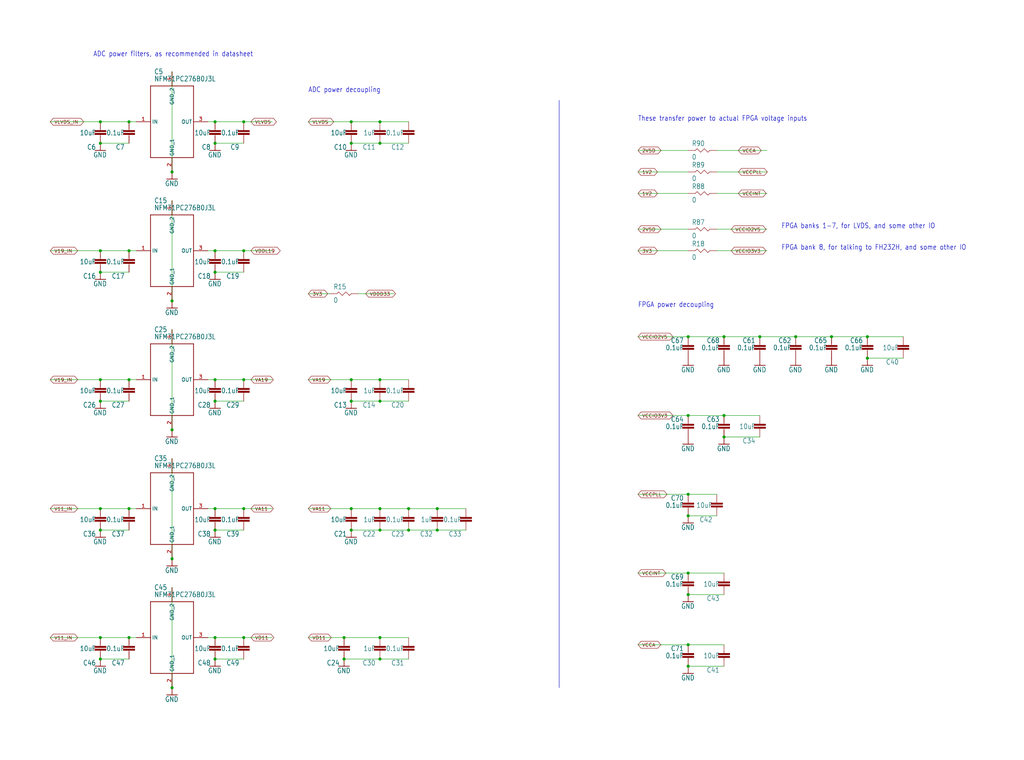
<source format=kicad_sch>
(kicad_sch (version 20250114) (generator "eeschema") (generator_version "9.0")
  (paper "User" 362.864 269.443)
  (lib_symbols
    (symbol "haasoscope_pro_adc_fpga_board-eagle-import:CAPACITOR_0402_N"
      (symbol "CAPACITOR_0402_N_1_0"
        (rectangle (start -2.032 -1.016) (end 2.032 -0.508) (fill (type outline)))
        (rectangle (start -2.032 -2.032) (end 2.032 -1.524) (fill (type outline)))
        (polyline (pts (xy 0 0) (xy 0 -0.508)) (stroke (width 0.1524)))
        (polyline (pts (xy 0 -2.54) (xy 0 -2.032)) (stroke (width 0.1524)))
        (pin passive line (at 0 2.54 270) (length 2.54) (name "1") (number "1"))
        (pin passive line (at 0 -5.08 90) (length 2.54) (name "2") (number "2"))
      )
    )
    (symbol "haasoscope_pro_adc_fpga_board-eagle-import:CAPACITOR_0805_N"
      (symbol "CAPACITOR_0805_N_1_0"
        (rectangle (start -2.032 -1.016) (end 2.032 -0.508) (fill (type outline)))
        (rectangle (start -2.032 -2.032) (end 2.032 -1.524) (fill (type outline)))
        (polyline (pts (xy 0 0) (xy 0 -0.508)) (stroke (width 0.1524)))
        (polyline (pts (xy 0 -2.54) (xy 0 -2.032)) (stroke (width 0.1524)))
        (pin passive line (at 0 2.54 270) (length 2.54) (name "1") (number "1"))
        (pin passive line (at 0 -5.08 90) (length 2.54) (name "2") (number "2"))
      )
    )
    (symbol "haasoscope_pro_adc_fpga_board-eagle-import:GND" (power)
      (symbol "GND_1_0"
        (polyline (pts (xy -1.905 0) (xy 1.905 0)) (stroke (width 0.254)))
        (pin power_in line (at 0 2.54 270) (length 2.54) (name "GND") (number "1"))
      )
    )
    (symbol "haasoscope_pro_adc_fpga_board-eagle-import:NFM31PC276B0J3L"
      (property "Reference" "C" (at 21.59 17.78 0))
      (symbol "NFM31PC276B0J3L_1_0"
        (polyline (pts (xy 5.08 12.7) (xy 5.08 -12.7)) (stroke (width 0.254)))
        (polyline (pts (xy 5.08 12.7) (xy 20.32 12.7)) (stroke (width 0.254)))
        (polyline (pts (xy 20.32 -12.7) (xy 5.08 -12.7)) (stroke (width 0.254)))
        (polyline (pts (xy 20.32 -12.7) (xy 20.32 12.7)) (stroke (width 0.254)))
        (pin bidirectional line (at 0 0 0) (length 5.08) (name "IN") (number "1"))
        (pin bidirectional line (at 12.7 17.78 270) (length 5.08) (name "GND_2") (number "4"))
        (pin bidirectional line (at 12.7 -17.78 90) (length 5.08) (name "GND_1") (number "2"))
        (pin bidirectional line (at 25.4 0 180) (length 5.08) (name "OUT") (number "3"))
      )
    )
    (symbol "haasoscope_pro_adc_fpga_board-eagle-import:RES-0402"
      (property "Reference" "R" (at -3.175 1.27 0))
      (symbol "RES-0402_1_0"
        (polyline (pts (xy -2.54 0) (xy -1.905 0.635)) (stroke (width 0.1524)))
        (polyline (pts (xy -1.905 0.635) (xy -0.635 -0.635)) (stroke (width 0.1524)))
        (polyline (pts (xy -0.635 -0.635) (xy 0.635 0.635)) (stroke (width 0.1524)))
        (polyline (pts (xy 0.635 0.635) (xy 1.905 -0.635)) (stroke (width 0.1524)))
        (polyline (pts (xy 1.905 -0.635) (xy 2.54 0)) (stroke (width 0.1524)))
        (pin bidirectional line (at -5.08 0 0) (length 2.54) (name "P$1") (number "P$1"))
        (pin bidirectional line (at 5.08 0 180) (length 2.54) (name "P$2") (number "P$2"))
      )
    )
    (symbol "haasoscope_pro_adc_fpga_board-eagle-import:supply1_GND" (power)
      (symbol "supply1_GND_1_0"
        (polyline (pts (xy -1.905 0) (xy 1.905 0)) (stroke (width 0.254)))
        (pin power_in line (at 0 2.54 270) (length 2.54) (name "GND") (number "1"))
      )
    )
  )
  (text "ADC power decoupling" (at 109.22 33.02 0) (effects (font (size 1.778 1.5113)) (justify left bottom)))
  (text "FPGA power decoupling" (at 226.06 109.22 0) (effects (font (size 1.778 1.5113)) (justify left bottom)))
  (text "These transfer power to actual FPGA voltage inputs" (at 226.06 43.18 0) (effects (font (size 1.778 1.5113)) (justify left bottom)))
  (text "FPGA banks 1-7, for LVDS, and some other IO" (at 276.86 81.28 0) (effects (font (size 1.778 1.5113)) (justify left bottom)))
  (text "ADC power filters, as recommended in datasheet" (at 33.02 20.32 0) (effects (font (size 1.778 1.5113)) (justify left bottom)))
  (text "FPGA bank 8, for talking to FH232H, and some other IO" (at 276.86 88.9 0) (effects (font (size 1.778 1.5113)) (justify left bottom)))
  (junction (at 307.34 127))
  (junction (at 76.2 96.52))
  (junction (at 86.36 88.9))
  (junction (at 45.72 134.62))
  (junction (at 134.62 226.06))
  (junction (at 256.54 119.38))
  (junction (at 60.96 106.68))
  (junction (at 60.96 152.4))
  (junction (at 243.84 147.32))
  (junction (at 124.46 142.24))
  (junction (at 60.96 198.12))
  (junction (at 124.46 187.96))
  (junction (at 86.36 226.06))
  (junction (at 35.56 134.62))
  (junction (at 76.2 233.68))
  (junction (at 35.56 180.34))
  (junction (at 76.2 134.62))
  (junction (at 76.2 88.9))
  (junction (at 307.34 119.38))
  (junction (at 144.78 180.34))
  (junction (at 76.2 180.34))
  (junction (at 86.36 134.62))
  (junction (at 76.2 187.96))
  (junction (at 76.2 142.24))
  (junction (at 134.62 134.62))
  (junction (at 45.72 43.18))
  (junction (at 134.62 180.34))
  (junction (at 243.84 175.26))
  (junction (at 76.2 50.8))
  (junction (at 281.94 119.38))
  (junction (at 35.56 187.96))
  (junction (at 35.56 226.06))
  (junction (at 35.56 50.8))
  (junction (at 243.84 203.2))
  (junction (at 35.56 233.68))
  (junction (at 121.92 233.68))
  (junction (at 121.92 226.06))
  (junction (at 76.2 226.06))
  (junction (at 60.96 60.96))
  (junction (at 269.24 119.38))
  (junction (at 154.94 187.96))
  (junction (at 144.78 187.96))
  (junction (at 134.62 233.68))
  (junction (at 76.2 43.18))
  (junction (at 124.46 134.62))
  (junction (at 45.72 226.06))
  (junction (at 243.84 182.88))
  (junction (at 45.72 180.34))
  (junction (at 134.62 142.24))
  (junction (at 134.62 50.8))
  (junction (at 35.56 96.52))
  (junction (at 134.62 187.96))
  (junction (at 45.72 88.9))
  (junction (at 243.84 119.38))
  (junction (at 243.84 210.82))
  (junction (at 256.54 147.32))
  (junction (at 243.84 228.6))
  (junction (at 35.56 43.18))
  (junction (at 134.62 43.18))
  (junction (at 294.64 119.38))
  (junction (at 124.46 50.8))
  (junction (at 256.54 154.94))
  (junction (at 154.94 180.34))
  (junction (at 35.56 142.24))
  (junction (at 86.36 180.34))
  (junction (at 35.56 88.9))
  (junction (at 86.36 43.18))
  (junction (at 243.84 236.22))
  (junction (at 124.46 43.18))
  (junction (at 124.46 180.34))
  (junction (at 60.96 243.84))
  (wire (pts (xy 269.24 147.32) (xy 256.54 147.32)) (stroke (width 0.1524)))
  (wire (pts (xy 320.04 119.38) (xy 307.34 119.38)) (stroke (width 0.1524)))
  (wire (pts (xy 45.72 142.24) (xy 35.56 142.24)) (stroke (width 0.1524)))
  (wire (pts (xy 35.56 88.9) (xy 17.78 88.9)) (stroke (width 0.1524)))
  (wire (pts (xy 127 104.14) (xy 139.7 104.14)) (stroke (width 0.1524)))
  (wire (pts (xy 154.94 180.34) (xy 165.1 180.34)) (stroke (width 0.1524)))
  (wire (pts (xy 243.84 210.82) (xy 256.54 210.82)) (stroke (width 0.1524)))
  (wire (pts (xy 271.78 68.58) (xy 254 68.58)) (stroke (width 0.1524)))
  (wire (pts (xy 134.62 226.06) (xy 121.92 226.06)) (stroke (width 0.1524)))
  (wire (pts (xy 269.24 119.38) (xy 256.54 119.38)) (stroke (width 0.1524)))
  (wire (pts (xy 86.36 88.9) (xy 96.52 88.9)) (stroke (width 0.1524)))
  (wire (pts (xy 76.2 43.18) (xy 86.36 43.18)) (stroke (width 0.1524)))
  (wire (pts (xy 134.62 187.96) (xy 144.78 187.96)) (stroke (width 0.1524)))
  (wire (pts (xy 243.84 228.6) (xy 226.06 228.6)) (stroke (width 0.1524)))
  (wire (pts (xy 243.84 203.2) (xy 226.06 203.2)) (stroke (width 0.1524)))
  (wire (pts (xy 60.96 162.56) (xy 60.96 198.12)) (stroke (width 0.1524)))
  (wire (pts (xy 124.46 134.62) (xy 134.62 134.62)) (stroke (width 0.1524)))
  (wire (pts (xy 76.2 134.62) (xy 86.36 134.62)) (stroke (width 0.1524)))
  (wire (pts (xy 45.72 187.96) (xy 35.56 187.96)) (stroke (width 0.1524)))
  (wire (pts (xy 45.72 180.34) (xy 48.26 180.34)) (stroke (width 0.1524)))
  (wire (pts (xy 35.56 43.18) (xy 45.72 43.18)) (stroke (width 0.1524)))
  (wire (pts (xy 124.46 142.24) (xy 134.62 142.24)) (stroke (width 0.1524)))
  (wire (pts (xy 154.94 187.96) (xy 165.1 187.96)) (stroke (width 0.1524)))
  (wire (pts (xy 124.46 43.18) (xy 134.62 43.18)) (stroke (width 0.1524)))
  (wire (pts (xy 134.62 43.18) (xy 144.78 43.18)) (stroke (width 0.1524)))
  (wire (pts (xy 307.34 127) (xy 320.04 127)) (stroke (width 0.1524)))
  (wire (pts (xy 45.72 50.8) (xy 35.56 50.8)) (stroke (width 0.1524)))
  (wire (pts (xy 134.62 142.24) (xy 144.78 142.24)) (stroke (width 0.1524)))
  (wire (pts (xy 243.84 68.58) (xy 226.06 68.58)) (stroke (width 0.1524)))
  (wire (pts (xy 76.2 96.52) (xy 86.36 96.52)) (stroke (width 0.1524)))
  (wire (pts (xy 294.64 119.38) (xy 281.94 119.38)) (stroke (width 0.1524)))
  (wire (pts (xy 35.56 226.06) (xy 17.78 226.06)) (stroke (width 0.1524)))
  (wire (pts (xy 76.2 226.06) (xy 86.36 226.06)) (stroke (width 0.1524)))
  (wire (pts (xy 226.06 147.32) (xy 243.84 147.32)) (stroke (width 0.1524)))
  (wire (pts (xy 124.46 180.34) (xy 109.22 180.34)) (stroke (width 0.1524)))
  (wire (pts (xy 76.2 43.18) (xy 73.66 43.18)) (stroke (width 0.1524)))
  (wire (pts (xy 307.34 119.38) (xy 294.64 119.38)) (stroke (width 0.1524)))
  (wire (pts (xy 121.92 226.06) (xy 109.22 226.06)) (stroke (width 0.1524)))
  (wire (pts (xy 144.78 187.96) (xy 154.94 187.96)) (stroke (width 0.1524)))
  (wire (pts (xy 134.62 226.06) (xy 144.78 226.06)) (stroke (width 0.1524)))
  (wire (pts (xy 76.2 187.96) (xy 86.36 187.96)) (stroke (width 0.1524)))
  (wire (pts (xy 76.2 180.34) (xy 86.36 180.34)) (stroke (width 0.1524)))
  (wire (pts (xy 256.54 236.22) (xy 243.84 236.22)) (stroke (width 0.1524)))
  (wire (pts (xy 76.2 134.62) (xy 73.66 134.62)) (stroke (width 0.1524)))
  (wire (pts (xy 134.62 50.8) (xy 144.78 50.8)) (stroke (width 0.1524)))
  (wire (pts (xy 60.96 71.12) (xy 60.96 106.68)) (stroke (width 0.1524)))
  (wire (pts (xy 243.84 81.28) (xy 226.06 81.28)) (stroke (width 0.1524)))
  (wire (pts (xy 256.54 228.6) (xy 243.84 228.6)) (stroke (width 0.1524)))
  (wire (pts (xy 281.94 119.38) (xy 269.24 119.38)) (stroke (width 0.1524)))
  (wire (pts (xy 76.2 233.68) (xy 86.36 233.68)) (stroke (width 0.1524)))
  (wire (pts (xy 35.56 226.06) (xy 45.72 226.06)) (stroke (width 0.1524)))
  (wire (pts (xy 76.2 142.24) (xy 86.36 142.24)) (stroke (width 0.1524)))
  (wire (pts (xy 134.62 233.68) (xy 144.78 233.68)) (stroke (width 0.1524)))
  (wire (pts (xy 45.72 88.9) (xy 48.26 88.9)) (stroke (width 0.1524)))
  (wire (pts (xy 124.46 180.34) (xy 134.62 180.34)) (stroke (width 0.1524)))
  (wire (pts (xy 76.2 88.9) (xy 73.66 88.9)) (stroke (width 0.1524)))
  (wire (pts (xy 60.96 116.84) (xy 60.96 152.4)) (stroke (width 0.1524)))
  (wire (pts (xy 116.84 104.14) (xy 109.22 104.14)) (stroke (width 0.1524)))
  (wire (pts (xy 35.56 88.9) (xy 45.72 88.9)) (stroke (width 0.1524)))
  (wire (pts (xy 144.78 180.34) (xy 154.94 180.34)) (stroke (width 0.1524)))
  (wire (pts (xy 76.2 180.34) (xy 73.66 180.34)) (stroke (width 0.1524)))
  (wire (pts (xy 35.56 134.62) (xy 45.72 134.62)) (stroke (width 0.1524)))
  (wire (pts (xy 45.72 233.68) (xy 35.56 233.68)) (stroke (width 0.1524)))
  (wire (pts (xy 243.84 60.96) (xy 226.06 60.96)) (stroke (width 0.1524)))
  (wire (pts (xy 243.84 88.9) (xy 226.06 88.9)) (stroke (width 0.1524)))
  (wire (pts (xy 35.56 43.18) (xy 17.78 43.18)) (stroke (width 0.1524)))
  (wire (pts (xy 35.56 180.34) (xy 45.72 180.34)) (stroke (width 0.1524)))
  (wire (pts (xy 256.54 154.94) (xy 269.24 154.94)) (stroke (width 0.1524)))
  (wire (pts (xy 76.2 88.9) (xy 86.36 88.9)) (stroke (width 0.1524)))
  (wire (pts (xy 124.46 50.8) (xy 134.62 50.8)) (stroke (width 0.1524)))
  (wire (pts (xy 271.78 60.96) (xy 254 60.96)) (stroke (width 0.1524)))
  (wire (pts (xy 256.54 119.38) (xy 243.84 119.38)) (stroke (width 0.1524)))
  (wire (pts (xy 271.78 88.9) (xy 254 88.9)) (stroke (width 0.1524)))
  (wire (pts (xy 243.84 119.38) (xy 226.06 119.38)) (stroke (width 0.1524)))
  (polyline (pts (xy 198.12 35.56) (xy 198.12 243.84)) (stroke (width 0.1524) (type solid)))
  (wire (pts (xy 243.84 203.2) (xy 256.54 203.2)) (stroke (width 0.1524)))
  (wire (pts (xy 86.36 43.18) (xy 96.52 43.18)) (stroke (width 0.1524)))
  (wire (pts (xy 254 182.88) (xy 243.84 182.88)) (stroke (width 0.1524)))
  (wire (pts (xy 134.62 233.68) (xy 121.92 233.68)) (stroke (width 0.1524)))
  (wire (pts (xy 256.54 147.32) (xy 243.84 147.32)) (stroke (width 0.1524)))
  (wire (pts (xy 76.2 50.8) (xy 86.36 50.8)) (stroke (width 0.1524)))
  (wire (pts (xy 124.46 134.62) (xy 109.22 134.62)) (stroke (width 0.1524)))
  (wire (pts (xy 243.84 53.34) (xy 226.06 53.34)) (stroke (width 0.1524)))
  (wire (pts (xy 134.62 180.34) (xy 144.78 180.34)) (stroke (width 0.1524)))
  (wire (pts (xy 243.84 175.26) (xy 226.06 175.26)) (stroke (width 0.1524)))
  (wire (pts (xy 124.46 187.96) (xy 134.62 187.96)) (stroke (width 0.1524)))
  (wire (pts (xy 86.36 226.06) (xy 96.52 226.06)) (stroke (width 0.1524)))
  (wire (pts (xy 124.46 43.18) (xy 109.22 43.18)) (stroke (width 0.1524)))
  (wire (pts (xy 86.36 134.62) (xy 96.52 134.62)) (stroke (width 0.1524)))
  (wire (pts (xy 134.62 134.62) (xy 144.78 134.62)) (stroke (width 0.1524)))
  (wire (pts (xy 76.2 226.06) (xy 73.66 226.06)) (stroke (width 0.1524)))
  (wire (pts (xy 86.36 180.34) (xy 96.52 180.34)) (stroke (width 0.1524)))
  (wire (pts (xy 60.96 208.28) (xy 60.96 243.84)) (stroke (width 0.1524)))
  (wire (pts (xy 45.72 134.62) (xy 48.26 134.62)) (stroke (width 0.1524)))
  (wire (pts (xy 60.96 25.4) (xy 60.96 60.96)) (stroke (width 0.1524)))
  (wire (pts (xy 45.72 226.06) (xy 48.26 226.06)) (stroke (width 0.1524)))
  (wire (pts (xy 254 175.26) (xy 243.84 175.26)) (stroke (width 0.1524)))
  (wire (pts (xy 35.56 134.62) (xy 17.78 134.62)) (stroke (width 0.1524)))
  (wire (pts (xy 45.72 43.18) (xy 48.26 43.18)) (stroke (width 0.1524)))
  (wire (pts (xy 271.78 81.28) (xy 254 81.28)) (stroke (width 0.1524)))
  (wire (pts (xy 35.56 180.34) (xy 17.78 180.34)) (stroke (width 0.1524)))
  (wire (pts (xy 271.78 53.34) (xy 254 53.34)) (stroke (width 0.1524)))
  (wire (pts (xy 45.72 96.52) (xy 35.56 96.52)) (stroke (width 0.1524)))
  (global_label "VA19" (shape bidirectional) (at 109.22 134.62 0) (effects (font (size 1.2446 1.2446))) (property "Intersheetrefs" "${INTERSHEET_REFS}" (effects (hide yes))))
  (global_label "VD11" (shape bidirectional) (at 88.9 226.06 0) (effects (font (size 1.2446 1.2446))) (property "Intersheetrefs" "${INTERSHEET_REFS}" (effects (hide yes))))
  (global_label "VCCPLL" (shape bidirectional) (at 226.06 175.26 0) (effects (font (size 1.2446 1.2446))) (property "Intersheetrefs" "${INTERSHEET_REFS}" (effects (hide yes))))
  (global_label "VCCIO3V3" (shape bidirectional) (at 259.08 88.9 0) (effects (font (size 1.2446 1.2446))) (property "Intersheetrefs" "${INTERSHEET_REFS}" (effects (hide yes))))
  (global_label "VCCINT" (shape bidirectional) (at 226.06 203.2 0) (effects (font (size 1.2446 1.2446))) (property "Intersheetrefs" "${INTERSHEET_REFS}" (effects (hide yes))))
  (global_label "VLVDS_IN" (shape bidirectional) (at 17.78 43.18 0) (effects (font (size 1.2446 1.2446))) (property "Intersheetrefs" "${INTERSHEET_REFS}" (effects (hide yes))))
  (global_label "VCCA" (shape bidirectional) (at 226.06 228.6 0) (effects (font (size 1.2446 1.2446))) (property "Intersheetrefs" "${INTERSHEET_REFS}" (effects (hide yes))))
  (global_label "VA11" (shape bidirectional) (at 109.22 180.34 0) (effects (font (size 1.2446 1.2446))) (property "Intersheetrefs" "${INTERSHEET_REFS}" (effects (hide yes))))
  (global_label "V19_IN" (shape bidirectional) (at 17.78 134.62 0) (effects (font (size 1.2446 1.2446))) (property "Intersheetrefs" "${INTERSHEET_REFS}" (effects (hide yes))))
  (global_label "VCCA" (shape bidirectional) (at 261.62 53.34 0) (effects (font (size 1.2446 1.2446))) (property "Intersheetrefs" "${INTERSHEET_REFS}" (effects (hide yes))))
  (global_label "1V2" (shape bidirectional) (at 226.06 60.96 0) (effects (font (size 1.2446 1.2446))) (property "Intersheetrefs" "${INTERSHEET_REFS}" (effects (hide yes))))
  (global_label "VCCIO3V3" (shape bidirectional) (at 226.06 147.32 0) (effects (font (size 1.2446 1.2446))) (property "Intersheetrefs" "${INTERSHEET_REFS}" (effects (hide yes))))
  (global_label "VLVDS" (shape bidirectional) (at 88.9 43.18 0) (effects (font (size 1.2446 1.2446))) (property "Intersheetrefs" "${INTERSHEET_REFS}" (effects (hide yes))))
  (global_label "VLVDS" (shape bidirectional) (at 109.22 43.18 0) (effects (font (size 1.2446 1.2446))) (property "Intersheetrefs" "${INTERSHEET_REFS}" (effects (hide yes))))
  (global_label "1V2" (shape bidirectional) (at 226.06 68.58 0) (effects (font (size 1.2446 1.2446))) (property "Intersheetrefs" "${INTERSHEET_REFS}" (effects (hide yes))))
  (global_label "VDDL19" (shape bidirectional) (at 88.9 88.9 0) (effects (font (size 1.2446 1.2446))) (property "Intersheetrefs" "${INTERSHEET_REFS}" (effects (hide yes))))
  (global_label "2V5D" (shape bidirectional) (at 226.06 81.28 0) (effects (font (size 1.2446 1.2446))) (property "Intersheetrefs" "${INTERSHEET_REFS}" (effects (hide yes))))
  (global_label "V11_IN" (shape bidirectional) (at 17.78 226.06 0) (effects (font (size 1.2446 1.2446))) (property "Intersheetrefs" "${INTERSHEET_REFS}" (effects (hide yes))))
  (global_label "3V3" (shape bidirectional) (at 109.22 104.14 0) (effects (font (size 1.2446 1.2446))) (property "Intersheetrefs" "${INTERSHEET_REFS}" (effects (hide yes))))
  (global_label "3V3" (shape bidirectional) (at 226.06 88.9 0) (effects (font (size 1.2446 1.2446))) (property "Intersheetrefs" "${INTERSHEET_REFS}" (effects (hide yes))))
  (global_label "2V5D" (shape bidirectional) (at 226.06 53.34 0) (effects (font (size 1.2446 1.2446))) (property "Intersheetrefs" "${INTERSHEET_REFS}" (effects (hide yes))))
  (global_label "VDDD33" (shape bidirectional) (at 129.54 104.14 0) (effects (font (size 1.2446 1.2446))) (property "Intersheetrefs" "${INTERSHEET_REFS}" (effects (hide yes))))
  (global_label "VD11" (shape bidirectional) (at 109.22 226.06 0) (effects (font (size 1.2446 1.2446))) (property "Intersheetrefs" "${INTERSHEET_REFS}" (effects (hide yes))))
  (global_label "VA19" (shape bidirectional) (at 88.9 134.62 0) (effects (font (size 1.2446 1.2446))) (property "Intersheetrefs" "${INTERSHEET_REFS}" (effects (hide yes))))
  (global_label "VA11" (shape bidirectional) (at 88.9 180.34 0) (effects (font (size 1.2446 1.2446))) (property "Intersheetrefs" "${INTERSHEET_REFS}" (effects (hide yes))))
  (global_label "V11_IN" (shape bidirectional) (at 17.78 180.34 0) (effects (font (size 1.2446 1.2446))) (property "Intersheetrefs" "${INTERSHEET_REFS}" (effects (hide yes))))
  (global_label "VCCINT" (shape bidirectional) (at 261.62 68.58 0) (effects (font (size 1.2446 1.2446))) (property "Intersheetrefs" "${INTERSHEET_REFS}" (effects (hide yes))))
  (global_label "VCCIO2V5" (shape bidirectional) (at 259.08 81.28 0) (effects (font (size 1.2446 1.2446))) (property "Intersheetrefs" "${INTERSHEET_REFS}" (effects (hide yes))))
  (global_label "VCCPLL" (shape bidirectional) (at 261.62 60.96 0) (effects (font (size 1.2446 1.2446))) (property "Intersheetrefs" "${INTERSHEET_REFS}" (effects (hide yes))))
  (global_label "V19_IN" (shape bidirectional) (at 17.78 88.9 0) (effects (font (size 1.2446 1.2446))) (property "Intersheetrefs" "${INTERSHEET_REFS}" (effects (hide yes))))
  (global_label "VCCIO2V5" (shape bidirectional) (at 226.06 119.38 0) (effects (font (size 1.2446 1.2446))) (property "Intersheetrefs" "${INTERSHEET_REFS}" (effects (hide yes))))
  (symbol (lib_id "haasoscope_pro_adc_fpga_board-eagle-import:CAPACITOR_0402_N") (at 86.36 48.26 180) (unit 1)
    (property "Reference" "C9" (at 84.836 51.181 0) (effects (font (size 1.778 1.5113)) (justify left bottom)))
    (property "Value" "0.1uF" (at 84.836 46.101 0) (effects (font (size 1.778 1.5113)) (justify left bottom)))
    (property "Footprint" "haasoscope_pro_adc_fpga_board:RESC0402_N" (effects (hide yes)))
  )
  (symbol (lib_id "haasoscope_pro_adc_fpga_board-eagle-import:CAPACITOR_0805_N") (at 35.56 48.26 180) (unit 1)
    (property "Reference" "C6" (at 34.036 51.181 0) (effects (font (size 1.778 1.5113)) (justify left bottom)))
    (property "Value" "10uF" (at 34.036 46.101 0) (effects (font (size 1.778 1.5113)) (justify left bottom)))
    (property "Footprint" "haasoscope_pro_adc_fpga_board:RESC0805_N" (effects (hide yes)))
  )
  (symbol (lib_id "haasoscope_pro_adc_fpga_board-eagle-import:CAPACITOR_0805_N") (at 35.56 231.14 180) (unit 1)
    (property "Reference" "C46" (at 34.036 234.061 0) (effects (font (size 1.778 1.5113)) (justify left bottom)))
    (property "Value" "10uF" (at 34.036 228.981 0) (effects (font (size 1.778 1.5113)) (justify left bottom)))
    (property "Footprint" "haasoscope_pro_adc_fpga_board:RESC0805_N" (effects (hide yes)))
  )
  (symbol (lib_id "haasoscope_pro_adc_fpga_board-eagle-import:CAPACITOR_0402_N") (at 86.36 93.98 180) (unit 1)
    (property "Reference" "C19" (at 84.836 96.901 0) (effects (font (size 1.778 1.5113)) (justify left bottom)))
    (property "Value" "0.1uF" (at 84.836 91.821 0) (effects (font (size 1.778 1.5113)) (justify left bottom)))
    (property "Footprint" "haasoscope_pro_adc_fpga_board:RESC0402_N" (effects (hide yes)))
  )
  (symbol (lib_id "haasoscope_pro_adc_fpga_board-eagle-import:CAPACITOR_0805_N") (at 269.24 152.4 180) (unit 1)
    (property "Reference" "C34" (at 267.716 155.321 0) (effects (font (size 1.778 1.5113)) (justify left bottom)))
    (property "Value" "10uF" (at 267.716 150.241 0) (effects (font (size 1.778 1.5113)) (justify left bottom)))
    (property "Footprint" "haasoscope_pro_adc_fpga_board:RESC0805_N" (effects (hide yes)))
  )
  (symbol (lib_id "haasoscope_pro_adc_fpga_board-eagle-import:CAPACITOR_0402_N") (at 256.54 152.4 180) (unit 1)
    (property "Reference" "C63" (at 255.016 147.701 0) (effects (font (size 1.778 1.5113)) (justify left bottom)))
    (property "Value" "0.1uF" (at 255.016 150.241 0) (effects (font (size 1.778 1.5113)) (justify left bottom)))
    (property "Footprint" "haasoscope_pro_adc_fpga_board:RESC0402_N" (effects (hide yes)))
  )
  (symbol (lib_id "haasoscope_pro_adc_fpga_board-eagle-import:CAPACITOR_0402_N") (at 134.62 231.14 180) (unit 1)
    (property "Reference" "C30" (at 133.096 234.061 0) (effects (font (size 1.778 1.5113)) (justify left bottom)))
    (property "Value" "1uF" (at 133.096 228.981 0) (effects (font (size 1.778 1.5113)) (justify left bottom)))
    (property "Footprint" "haasoscope_pro_adc_fpga_board:RESC0402_N" (effects (hide yes)))
  )
  (symbol (lib_id "haasoscope_pro_adc_fpga_board-eagle-import:CAPACITOR_0402_N") (at 134.62 48.26 180) (unit 1)
    (property "Reference" "C11" (at 133.096 51.181 0) (effects (font (size 1.778 1.5113)) (justify left bottom)))
    (property "Value" "1uF" (at 133.096 46.101 0) (effects (font (size 1.778 1.5113)) (justify left bottom)))
    (property "Footprint" "haasoscope_pro_adc_fpga_board:RESC0402_N" (effects (hide yes)))
  )
  (symbol (lib_id "haasoscope_pro_adc_fpga_board-eagle-import:CAPACITOR_0805_N") (at 76.2 185.42 180) (unit 1)
    (property "Reference" "C38" (at 74.676 188.341 0) (effects (font (size 1.778 1.5113)) (justify left bottom)))
    (property "Value" "10uF" (at 74.676 183.261 0) (effects (font (size 1.778 1.5113)) (justify left bottom)))
    (property "Footprint" "haasoscope_pro_adc_fpga_board:RESC0805_N" (effects (hide yes)))
  )
  (symbol (lib_id "haasoscope_pro_adc_fpga_board-eagle-import:RES-0402") (at 248.92 53.34 0) (unit 1)
    (property "Reference" "R90" (at 245.11 51.8414 0) (effects (font (size 1.778 1.5113)) (justify left bottom)))
    (property "Value" "0" (at 245.11 56.642 0) (effects (font (size 1.778 1.5113)) (justify left bottom)))
    (property "Footprint" "haasoscope_pro_adc_fpga_board:RES-0402" (effects (hide yes)))
  )
  (symbol (lib_id "haasoscope_pro_adc_fpga_board-eagle-import:GND") (at 124.46 190.5 0) (unit 1)
    (property "Reference" "#GND050" (effects (hide yes)))
    (property "Value" "GND" (at 121.92 193.04 0) (effects (font (size 1.778 1.5113)) (justify left bottom)))
  )
  (symbol (lib_id "haasoscope_pro_adc_fpga_board-eagle-import:CAPACITOR_0805_N") (at 320.04 124.46 180) (unit 1)
    (property "Reference" "C40" (at 318.516 127.381 0) (effects (font (size 1.778 1.5113)) (justify left bottom)))
    (property "Value" "10uF" (at 318.516 122.301 0) (effects (font (size 1.778 1.5113)) (justify left bottom)))
    (property "Footprint" "haasoscope_pro_adc_fpga_board:RESC0805_N" (effects (hide yes)))
  )
  (symbol (lib_id "haasoscope_pro_adc_fpga_board-eagle-import:GND") (at 35.56 99.06 0) (unit 1)
    (property "Reference" "#GND09" (effects (hide yes)))
    (property "Value" "GND" (at 33.02 101.6 0) (effects (font (size 1.778 1.5113)) (justify left bottom)))
  )
  (symbol (lib_id "haasoscope_pro_adc_fpga_board-eagle-import:supply1_GND") (at 243.84 129.54 0) (unit 1)
    (property "Reference" "#GND084" (effects (hide yes)))
    (property "Value" "GND" (at 241.3 132.08 0) (effects (font (size 1.778 1.5113)) (justify left bottom)))
  )
  (symbol (lib_id "haasoscope_pro_adc_fpga_board-eagle-import:CAPACITOR_0402_N") (at 243.84 152.4 180) (unit 1)
    (property "Reference" "C64" (at 242.316 147.701 0) (effects (font (size 1.778 1.5113)) (justify left bottom)))
    (property "Value" "0.1uF" (at 242.316 150.241 0) (effects (font (size 1.778 1.5113)) (justify left bottom)))
    (property "Footprint" "haasoscope_pro_adc_fpga_board:RESC0402_N" (effects (hide yes)))
  )
  (symbol (lib_id "haasoscope_pro_adc_fpga_board-eagle-import:GND") (at 76.2 99.06 0) (unit 1)
    (property "Reference" "#GND011" (effects (hide yes)))
    (property "Value" "GND" (at 73.66 101.6 0) (effects (font (size 1.778 1.5113)) (justify left bottom)))
  )
  (symbol (lib_id "haasoscope_pro_adc_fpga_board-eagle-import:CAPACITOR_0402_N") (at 144.78 185.42 180) (unit 1)
    (property "Reference" "C23" (at 143.256 188.341 0) (effects (font (size 1.778 1.5113)) (justify left bottom)))
    (property "Value" "0.1uF" (at 143.256 183.261 0) (effects (font (size 1.778 1.5113)) (justify left bottom)))
    (property "Footprint" "haasoscope_pro_adc_fpga_board:RESC0402_N" (effects (hide yes)))
  )
  (symbol (lib_id "haasoscope_pro_adc_fpga_board-eagle-import:GND") (at 60.96 246.38 0) (unit 1)
    (property "Reference" "#GND028" (effects (hide yes)))
    (property "Value" "GND" (at 58.42 248.92 0) (effects (font (size 1.778 1.5113)) (justify left bottom)))
  )
  (symbol (lib_id "haasoscope_pro_adc_fpga_board-eagle-import:supply1_GND") (at 256.54 129.54 0) (unit 1)
    (property "Reference" "#GND085" (effects (hide yes)))
    (property "Value" "GND" (at 254 132.08 0) (effects (font (size 1.778 1.5113)) (justify left bottom)))
  )
  (symbol (lib_id "haasoscope_pro_adc_fpga_board-eagle-import:supply1_GND") (at 243.84 213.36 0) (unit 1)
    (property "Reference" "#GND086" (effects (hide yes)))
    (property "Value" "GND" (at 241.3 215.9 0) (effects (font (size 1.778 1.5113)) (justify left bottom)))
  )
  (symbol (lib_id "haasoscope_pro_adc_fpga_board-eagle-import:supply1_GND") (at 269.24 129.54 0) (unit 1)
    (property "Reference" "#GND078" (effects (hide yes)))
    (property "Value" "GND" (at 266.7 132.08 0) (effects (font (size 1.778 1.5113)) (justify left bottom)))
  )
  (symbol (lib_id "haasoscope_pro_adc_fpga_board-eagle-import:supply1_GND") (at 243.84 185.42 0) (unit 1)
    (property "Reference" "#GND087" (effects (hide yes)))
    (property "Value" "GND" (at 241.3 187.96 0) (effects (font (size 1.778 1.5113)) (justify left bottom)))
  )
  (symbol (lib_id "haasoscope_pro_adc_fpga_board-eagle-import:GND") (at 60.96 63.5 0) (unit 1)
    (property "Reference" "#GND04" (effects (hide yes)))
    (property "Value" "GND" (at 58.42 66.04 0) (effects (font (size 1.778 1.5113)) (justify left bottom)))
  )
  (symbol (lib_id "haasoscope_pro_adc_fpga_board-eagle-import:NFM31PC276B0J3L") (at 48.26 43.18 0) (unit 1)
    (property "Reference" "C5" (at 54.61 25.4 0) (effects (font (size 1.778 1.5113)) (justify left)))
    (property "Value" "NFM31PC276B0J3L" (at 54.61 27.94 0) (effects (font (size 1.778 1.5113)) (justify left)))
    (property "Footprint" "haasoscope_pro_adc_fpga_board:NFM31HK103R1H3L" (effects (hide yes)))
  )
  (symbol (lib_id "haasoscope_pro_adc_fpga_board-eagle-import:CAPACITOR_0402_N") (at 86.36 231.14 180) (unit 1)
    (property "Reference" "C49" (at 84.836 234.061 0) (effects (font (size 1.778 1.5113)) (justify left bottom)))
    (property "Value" "0.1uF" (at 84.836 228.981 0) (effects (font (size 1.778 1.5113)) (justify left bottom)))
    (property "Footprint" "haasoscope_pro_adc_fpga_board:RESC0402_N" (effects (hide yes)))
  )
  (symbol (lib_id "haasoscope_pro_adc_fpga_board-eagle-import:RES-0402") (at 248.92 60.96 0) (unit 1)
    (property "Reference" "R89" (at 245.11 59.4614 0) (effects (font (size 1.778 1.5113)) (justify left bottom)))
    (property "Value" "0" (at 245.11 64.262 0) (effects (font (size 1.778 1.5113)) (justify left bottom)))
    (property "Footprint" "haasoscope_pro_adc_fpga_board:RES-0402" (effects (hide yes)))
  )
  (symbol (lib_id "haasoscope_pro_adc_fpga_board-eagle-import:supply1_GND") (at 281.94 129.54 0) (unit 1)
    (property "Reference" "#GND079" (effects (hide yes)))
    (property "Value" "GND" (at 279.4 132.08 0) (effects (font (size 1.778 1.5113)) (justify left bottom)))
  )
  (symbol (lib_id "haasoscope_pro_adc_fpga_board-eagle-import:GND") (at 35.56 190.5 0) (unit 1)
    (property "Reference" "#GND021" (effects (hide yes)))
    (property "Value" "GND" (at 33.02 193.04 0) (effects (font (size 1.778 1.5113)) (justify left bottom)))
  )
  (symbol (lib_id "haasoscope_pro_adc_fpga_board-eagle-import:CAPACITOR_0402_N") (at 45.72 93.98 180) (unit 1)
    (property "Reference" "C17" (at 44.196 96.901 0) (effects (font (size 1.778 1.5113)) (justify left bottom)))
    (property "Value" "0.1uF" (at 44.196 91.821 0) (effects (font (size 1.778 1.5113)) (justify left bottom)))
    (property "Footprint" "haasoscope_pro_adc_fpga_board:RESC0402_N" (effects (hide yes)))
  )
  (symbol (lib_id "haasoscope_pro_adc_fpga_board-eagle-import:CAPACITOR_0402_N") (at 243.84 124.46 180) (unit 1)
    (property "Reference" "C67" (at 242.316 119.761 0) (effects (font (size 1.778 1.5113)) (justify left bottom)))
    (property "Value" "0.1uF" (at 242.316 122.301 0) (effects (font (size 1.778 1.5113)) (justify left bottom)))
    (property "Footprint" "haasoscope_pro_adc_fpga_board:RESC0402_N" (effects (hide yes)))
  )
  (symbol (lib_id "haasoscope_pro_adc_fpga_board-eagle-import:CAPACITOR_0402_N") (at 243.84 233.68 180) (unit 1)
    (property "Reference" "C71" (at 242.316 228.981 0) (effects (font (size 1.778 1.5113)) (justify left bottom)))
    (property "Value" "0.1uF" (at 242.316 231.521 0) (effects (font (size 1.778 1.5113)) (justify left bottom)))
    (property "Footprint" "haasoscope_pro_adc_fpga_board:RESC0402_N" (effects (hide yes)))
  )
  (symbol (lib_id "haasoscope_pro_adc_fpga_board-eagle-import:CAPACITOR_0402_N") (at 45.72 48.26 180) (unit 1)
    (property "Reference" "C7" (at 44.196 51.181 0) (effects (font (size 1.778 1.5113)) (justify left bottom)))
    (property "Value" "0.1uF" (at 44.196 46.101 0) (effects (font (size 1.778 1.5113)) (justify left bottom)))
    (property "Footprint" "haasoscope_pro_adc_fpga_board:RESC0402_N" (effects (hide yes)))
  )
  (symbol (lib_id "haasoscope_pro_adc_fpga_board-eagle-import:GND") (at 124.46 144.78 0) (unit 1)
    (property "Reference" "#GND049" (effects (hide yes)))
    (property "Value" "GND" (at 121.92 147.32 0) (effects (font (size 1.778 1.5113)) (justify left bottom)))
  )
  (symbol (lib_id "haasoscope_pro_adc_fpga_board-eagle-import:GND") (at 35.56 236.22 0) (unit 1)
    (property "Reference" "#GND027" (effects (hide yes)))
    (property "Value" "GND" (at 33.02 238.76 0) (effects (font (size 1.778 1.5113)) (justify left bottom)))
  )
  (symbol (lib_id "haasoscope_pro_adc_fpga_board-eagle-import:CAPACITOR_0805_N") (at 76.2 139.7 180) (unit 1)
    (property "Reference" "C28" (at 74.676 142.621 0) (effects (font (size 1.778 1.5113)) (justify left bottom)))
    (property "Value" "10uF" (at 74.676 137.541 0) (effects (font (size 1.778 1.5113)) (justify left bottom)))
    (property "Footprint" "haasoscope_pro_adc_fpga_board:RESC0805_N" (effects (hide yes)))
  )
  (symbol (lib_id "haasoscope_pro_adc_fpga_board-eagle-import:GND") (at 76.2 236.22 0) (unit 1)
    (property "Reference" "#GND029" (effects (hide yes)))
    (property "Value" "GND" (at 73.66 238.76 0) (effects (font (size 1.778 1.5113)) (justify left bottom)))
  )
  (symbol (lib_id "haasoscope_pro_adc_fpga_board-eagle-import:CAPACITOR_0805_N") (at 124.46 48.26 180) (unit 1)
    (property "Reference" "C10" (at 122.936 51.181 0) (effects (font (size 1.778 1.5113)) (justify left bottom)))
    (property "Value" "10uF" (at 122.936 46.101 0) (effects (font (size 1.778 1.5113)) (justify left bottom)))
    (property "Footprint" "haasoscope_pro_adc_fpga_board:RESC0805_N" (effects (hide yes)))
  )
  (symbol (lib_id "haasoscope_pro_adc_fpga_board-eagle-import:supply1_GND") (at 307.34 129.54 0) (unit 1)
    (property "Reference" "#GND083" (effects (hide yes)))
    (property "Value" "GND" (at 304.8 132.08 0) (effects (font (size 1.778 1.5113)) (justify left bottom)))
  )
  (symbol (lib_id "haasoscope_pro_adc_fpga_board-eagle-import:CAPACITOR_0805_N") (at 76.2 93.98 180) (unit 1)
    (property "Reference" "C18" (at 74.676 96.901 0) (effects (font (size 1.778 1.5113)) (justify left bottom)))
    (property "Value" "10uF" (at 74.676 91.821 0) (effects (font (size 1.778 1.5113)) (justify left bottom)))
    (property "Footprint" "haasoscope_pro_adc_fpga_board:RESC0805_N" (effects (hide yes)))
  )
  (symbol (lib_id "haasoscope_pro_adc_fpga_board-eagle-import:supply1_GND") (at 256.54 157.48 0) (unit 1)
    (property "Reference" "#GND080" (effects (hide yes)))
    (property "Value" "GND" (at 254 160.02 0) (effects (font (size 1.778 1.5113)) (justify left bottom)))
  )
  (symbol (lib_id "haasoscope_pro_adc_fpga_board-eagle-import:GND") (at 35.56 53.34 0) (unit 1)
    (property "Reference" "#GND03" (effects (hide yes)))
    (property "Value" "GND" (at 33.02 55.88 0) (effects (font (size 1.778 1.5113)) (justify left bottom)))
  )
  (symbol (lib_id "haasoscope_pro_adc_fpga_board-eagle-import:supply1_GND") (at 294.64 129.54 0) (unit 1)
    (property "Reference" "#GND082" (effects (hide yes)))
    (property "Value" "GND" (at 292.1 132.08 0) (effects (font (size 1.778 1.5113)) (justify left bottom)))
  )
  (symbol (lib_id "haasoscope_pro_adc_fpga_board-eagle-import:CAPACITOR_0805_N") (at 35.56 185.42 180) (unit 1)
    (property "Reference" "C36" (at 34.036 188.341 0) (effects (font (size 1.778 1.5113)) (justify left bottom)))
    (property "Value" "10uF" (at 34.036 183.261 0) (effects (font (size 1.778 1.5113)) (justify left bottom)))
    (property "Footprint" "haasoscope_pro_adc_fpga_board:RESC0805_N" (effects (hide yes)))
  )
  (symbol (lib_id "haasoscope_pro_adc_fpga_board-eagle-import:RES-0402") (at 121.92 104.14 0) (unit 1)
    (property "Reference" "R15" (at 118.11 102.6414 0) (effects (font (size 1.778 1.5113)) (justify left bottom)))
    (property "Value" "0" (at 118.11 107.442 0) (effects (font (size 1.778 1.5113)) (justify left bottom)))
    (property "Footprint" "haasoscope_pro_adc_fpga_board:RES-0402" (effects (hide yes)))
  )
  (symbol (lib_id "haasoscope_pro_adc_fpga_board-eagle-import:CAPACITOR_0402_N") (at 134.62 139.7 180) (unit 1)
    (property "Reference" "C14" (at 133.096 142.621 0) (effects (font (size 1.778 1.5113)) (justify left bottom)))
    (property "Value" "1uF" (at 133.096 137.541 0) (effects (font (size 1.778 1.5113)) (justify left bottom)))
    (property "Footprint" "haasoscope_pro_adc_fpga_board:RESC0402_N" (effects (hide yes)))
  )
  (symbol (lib_id "haasoscope_pro_adc_fpga_board-eagle-import:CAPACITOR_0805_N") (at 256.54 208.28 180) (unit 1)
    (property "Reference" "C43" (at 255.016 211.201 0) (effects (font (size 1.778 1.5113)) (justify left bottom)))
    (property "Value" "10uF" (at 255.016 206.121 0) (effects (font (size 1.778 1.5113)) (justify left bottom)))
    (property "Footprint" "haasoscope_pro_adc_fpga_board:RESC0805_N" (effects (hide yes)))
  )
  (symbol (lib_id "haasoscope_pro_adc_fpga_board-eagle-import:CAPACITOR_0805_N") (at 124.46 185.42 180) (unit 1)
    (property "Reference" "C21" (at 122.936 188.341 0) (effects (font (size 1.778 1.5113)) (justify left bottom)))
    (property "Value" "10uF" (at 122.936 183.261 0) (effects (font (size 1.778 1.5113)) (justify left bottom)))
    (property "Footprint" "haasoscope_pro_adc_fpga_board:RESC0805_N" (effects (hide yes)))
  )
  (symbol (lib_id "haasoscope_pro_adc_fpga_board-eagle-import:GND") (at 121.92 236.22 0) (unit 1)
    (property "Reference" "#GND051" (effects (hide yes)))
    (property "Value" "GND" (at 119.38 238.76 0) (effects (font (size 1.778 1.5113)) (justify left bottom)))
  )
  (symbol (lib_id "haasoscope_pro_adc_fpga_board-eagle-import:RES-0402") (at 248.92 68.58 0) (unit 1)
    (property "Reference" "R88" (at 245.11 67.0814 0) (effects (font (size 1.778 1.5113)) (justify left bottom)))
    (property "Value" "0" (at 245.11 71.882 0) (effects (font (size 1.778 1.5113)) (justify left bottom)))
    (property "Footprint" "haasoscope_pro_adc_fpga_board:RES-0402" (effects (hide yes)))
  )
  (symbol (lib_id "haasoscope_pro_adc_fpga_board-eagle-import:CAPACITOR_0402_N") (at 269.24 124.46 180) (unit 1)
    (property "Reference" "C61" (at 267.716 119.761 0) (effects (font (size 1.778 1.5113)) (justify left bottom)))
    (property "Value" "0.1uF" (at 267.716 122.301 0) (effects (font (size 1.778 1.5113)) (justify left bottom)))
    (property "Footprint" "haasoscope_pro_adc_fpga_board:RESC0402_N" (effects (hide yes)))
  )
  (symbol (lib_id "haasoscope_pro_adc_fpga_board-eagle-import:CAPACITOR_0402_N") (at 45.72 185.42 180) (unit 1)
    (property "Reference" "C37" (at 44.196 188.341 0) (effects (font (size 1.778 1.5113)) (justify left bottom)))
    (property "Value" "0.1uF" (at 44.196 183.261 0) (effects (font (size 1.778 1.5113)) (justify left bottom)))
    (property "Footprint" "haasoscope_pro_adc_fpga_board:RESC0402_N" (effects (hide yes)))
  )
  (symbol (lib_id "haasoscope_pro_adc_fpga_board-eagle-import:CAPACITOR_0402_N") (at 86.36 185.42 180) (unit 1)
    (property "Reference" "C39" (at 84.836 188.341 0) (effects (font (size 1.778 1.5113)) (justify left bottom)))
    (property "Value" "0.1uF" (at 84.836 183.261 0) (effects (font (size 1.778 1.5113)) (justify left bottom)))
    (property "Footprint" "haasoscope_pro_adc_fpga_board:RESC0402_N" (effects (hide yes)))
  )
  (symbol (lib_id "haasoscope_pro_adc_fpga_board-eagle-import:NFM31PC276B0J3L") (at 48.26 88.9 0) (unit 1)
    (property "Reference" "C15" (at 54.61 71.12 0) (effects (font (size 1.778 1.5113)) (justify left)))
    (property "Value" "NFM31PC276B0J3L" (at 54.61 73.66 0) (effects (font (size 1.778 1.5113)) (justify left)))
    (property "Footprint" "haasoscope_pro_adc_fpga_board:NFM31HK103R1H3L" (effects (hide yes)))
  )
  (symbol (lib_id "haasoscope_pro_adc_fpga_board-eagle-import:GND") (at 60.96 200.66 0) (unit 1)
    (property "Reference" "#GND022" (effects (hide yes)))
    (property "Value" "GND" (at 58.42 203.2 0) (effects (font (size 1.778 1.5113)) (justify left bottom)))
  )
  (symbol (lib_id "haasoscope_pro_adc_fpga_board-eagle-import:GND") (at 76.2 53.34 0) (unit 1)
    (property "Reference" "#GND05" (effects (hide yes)))
    (property "Value" "GND" (at 73.66 55.88 0) (effects (font (size 1.778 1.5113)) (justify left bottom)))
  )
  (symbol (lib_id "haasoscope_pro_adc_fpga_board-eagle-import:RES-0402") (at 248.92 88.9 0) (unit 1)
    (property "Reference" "R18" (at 245.11 87.4014 0) (effects (font (size 1.778 1.5113)) (justify left bottom)))
    (property "Value" "0" (at 245.11 92.202 0) (effects (font (size 1.778 1.5113)) (justify left bottom)))
    (property "Footprint" "haasoscope_pro_adc_fpga_board:RES-0402" (effects (hide yes)))
  )
  (symbol (lib_id "haasoscope_pro_adc_fpga_board-eagle-import:CAPACITOR_0805_N") (at 121.92 231.14 180) (unit 1)
    (property "Reference" "C24" (at 120.396 234.061 0) (effects (font (size 1.778 1.5113)) (justify left bottom)))
    (property "Value" "10uF" (at 120.396 228.981 0) (effects (font (size 1.778 1.5113)) (justify left bottom)))
    (property "Footprint" "haasoscope_pro_adc_fpga_board:RESC0805_N" (effects (hide yes)))
  )
  (symbol (lib_id "haasoscope_pro_adc_fpga_board-eagle-import:CAPACITOR_0402_N") (at 243.84 180.34 180) (unit 1)
    (property "Reference" "C70" (at 242.316 175.641 0) (effects (font (size 1.778 1.5113)) (justify left bottom)))
    (property "Value" "0.1uF" (at 242.316 178.181 0) (effects (font (size 1.778 1.5113)) (justify left bottom)))
    (property "Footprint" "haasoscope_pro_adc_fpga_board:RESC0402_N" (effects (hide yes)))
  )
  (symbol (lib_id "haasoscope_pro_adc_fpga_board-eagle-import:CAPACITOR_0402_N") (at 154.94 185.42 180) (unit 1)
    (property "Reference" "C32" (at 153.416 188.341 0) (effects (font (size 1.778 1.5113)) (justify left bottom)))
    (property "Value" "1uF" (at 153.416 183.261 0) (effects (font (size 1.778 1.5113)) (justify left bottom)))
    (property "Footprint" "haasoscope_pro_adc_fpga_board:RESC0402_N" (effects (hide yes)))
  )
  (symbol (lib_id "haasoscope_pro_adc_fpga_board-eagle-import:GND") (at 76.2 144.78 0) (unit 1)
    (property "Reference" "#GND017" (effects (hide yes)))
    (property "Value" "GND" (at 73.66 147.32 0) (effects (font (size 1.778 1.5113)) (justify left bottom)))
  )
  (symbol (lib_id "haasoscope_pro_adc_fpga_board-eagle-import:CAPACITOR_0805_N") (at 76.2 48.26 180) (unit 1)
    (property "Reference" "C8" (at 74.676 51.181 0) (effects (font (size 1.778 1.5113)) (justify left bottom)))
    (property "Value" "10uF" (at 74.676 46.101 0) (effects (font (size 1.778 1.5113)) (justify left bottom)))
    (property "Footprint" "haasoscope_pro_adc_fpga_board:RESC0805_N" (effects (hide yes)))
  )
  (symbol (lib_id "haasoscope_pro_adc_fpga_board-eagle-import:CAPACITOR_0805_N") (at 35.56 139.7 180) (unit 1)
    (property "Reference" "C26" (at 34.036 142.621 0) (effects (font (size 1.778 1.5113)) (justify left bottom)))
    (property "Value" "10uF" (at 34.036 137.541 0) (effects (font (size 1.778 1.5113)) (justify left bottom)))
    (property "Footprint" "haasoscope_pro_adc_fpga_board:RESC0805_N" (effects (hide yes)))
  )
  (symbol (lib_id "haasoscope_pro_adc_fpga_board-eagle-import:NFM31PC276B0J3L") (at 48.26 226.06 0) (unit 1)
    (property "Reference" "C45" (at 54.61 208.28 0) (effects (font (size 1.778 1.5113)) (justify left)))
    (property "Value" "NFM31PC276B0J3L" (at 54.61 210.82 0) (effects (font (size 1.778 1.5113)) (justify left)))
    (property "Footprint" "haasoscope_pro_adc_fpga_board:NFM31HK103R1H3L" (effects (hide yes)))
  )
  (symbol (lib_id "haasoscope_pro_adc_fpga_board-eagle-import:CAPACITOR_0402_N") (at 144.78 139.7 180) (unit 1)
    (property "Reference" "C20" (at 143.256 142.621 0) (effects (font (size 1.778 1.5113)) (justify left bottom)))
    (property "Value" "0.1uF" (at 143.256 137.541 0) (effects (font (size 1.778 1.5113)) (justify left bottom)))
    (property "Footprint" "haasoscope_pro_adc_fpga_board:RESC0402_N" (effects (hide yes)))
  )
  (symbol (lib_id "haasoscope_pro_adc_fpga_board-eagle-import:NFM31PC276B0J3L") (at 48.26 134.62 0) (unit 1)
    (property "Reference" "C25" (at 54.61 116.84 0) (effects (font (size 1.778 1.5113)) (justify left)))
    (property "Value" "NFM31PC276B0J3L" (at 54.61 119.38 0) (effects (font (size 1.778 1.5113)) (justify left)))
    (property "Footprint" "haasoscope_pro_adc_fpga_board:NFM31HK103R1H3L" (effects (hide yes)))
  )
  (symbol (lib_id "haasoscope_pro_adc_fpga_board-eagle-import:CAPACITOR_0402_N") (at 45.72 231.14 180) (unit 1)
    (property "Reference" "C47" (at 44.196 234.061 0) (effects (font (size 1.778 1.5113)) (justify left bottom)))
    (property "Value" "0.1uF" (at 44.196 228.981 0) (effects (font (size 1.778 1.5113)) (justify left bottom)))
    (property "Footprint" "haasoscope_pro_adc_fpga_board:RESC0402_N" (effects (hide yes)))
  )
  (symbol (lib_id "haasoscope_pro_adc_fpga_board-eagle-import:CAPACITOR_0805_N") (at 124.46 139.7 180) (unit 1)
    (property "Reference" "C13" (at 122.936 142.621 0) (effects (font (size 1.778 1.5113)) (justify left bottom)))
    (property "Value" "10uF" (at 122.936 137.541 0) (effects (font (size 1.778 1.5113)) (justify left bottom)))
    (property "Footprint" "haasoscope_pro_adc_fpga_board:RESC0805_N" (effects (hide yes)))
  )
  (symbol (lib_id "haasoscope_pro_adc_fpga_board-eagle-import:GND") (at 60.96 154.94 0) (unit 1)
    (property "Reference" "#GND016" (effects (hide yes)))
    (property "Value" "GND" (at 58.42 157.48 0) (effects (font (size 1.778 1.5113)) (justify left bottom)))
  )
  (symbol (lib_id "haasoscope_pro_adc_fpga_board-eagle-import:GND") (at 76.2 190.5 0) (unit 1)
    (property "Reference" "#GND023" (effects (hide yes)))
    (property "Value" "GND" (at 73.66 193.04 0) (effects (font (size 1.778 1.5113)) (justify left bottom)))
  )
  (symbol (lib_id "haasoscope_pro_adc_fpga_board-eagle-import:GND") (at 60.96 109.22 0) (unit 1)
    (property "Reference" "#GND010" (effects (hide yes)))
    (property "Value" "GND" (at 58.42 111.76 0) (effects (font (size 1.778 1.5113)) (justify left bottom)))
  )
  (symbol (lib_id "haasoscope_pro_adc_fpga_board-eagle-import:CAPACITOR_0402_N") (at 256.54 124.46 180) (unit 1)
    (property "Reference" "C68" (at 255.016 119.761 0) (effects (font (size 1.778 1.5113)) (justify left bottom)))
    (property "Value" "0.1uF" (at 255.016 122.301 0) (effects (font (size 1.778 1.5113)) (justify left bottom)))
    (property "Footprint" "haasoscope_pro_adc_fpga_board:RESC0402_N" (effects (hide yes)))
  )
  (symbol (lib_id "haasoscope_pro_adc_fpga_board-eagle-import:GND") (at 124.46 53.34 0) (unit 1)
    (property "Reference" "#GND048" (effects (hide yes)))
    (property "Value" "GND" (at 121.92 55.88 0) (effects (font (size 1.778 1.5113)) (justify left bottom)))
  )
  (symbol (lib_id "haasoscope_pro_adc_fpga_board-eagle-import:CAPACITOR_0402_N") (at 144.78 48.26 180) (unit 1)
    (property "Reference" "C12" (at 143.256 51.181 0) (effects (font (size 1.778 1.5113)) (justify left bottom)))
    (property "Value" "0.1uF" (at 143.256 46.101 0) (effects (font (size 1.778 1.5113)) (justify left bottom)))
    (property "Footprint" "haasoscope_pro_adc_fpga_board:RESC0402_N" (effects (hide yes)))
  )
  (symbol (lib_id "haasoscope_pro_adc_fpga_board-eagle-import:CAPACITOR_0402_N") (at 307.34 124.46 180) (unit 1)
    (property "Reference" "C66" (at 305.816 119.761 0) (effects (font (size 1.778 1.5113)) (justify left bottom)))
    (property "Value" "0.1uF" (at 305.816 122.301 0) (effects (font (size 1.778 1.5113)) (justify left bottom)))
    (property "Footprint" "haasoscope_pro_adc_fpga_board:RESC0402_N" (effects (hide yes)))
  )
  (symbol (lib_id "haasoscope_pro_adc_fpga_board-eagle-import:CAPACITOR_0402_N") (at 45.72 139.7 180) (unit 1)
    (property "Reference" "C27" (at 44.196 142.621 0) (effects (font (size 1.778 1.5113)) (justify left bottom)))
    (property "Value" "0.1uF" (at 44.196 137.541 0) (effects (font (size 1.778 1.5113)) (justify left bottom)))
    (property "Footprint" "haasoscope_pro_adc_fpga_board:RESC0402_N" (effects (hide yes)))
  )
  (symbol (lib_id "haasoscope_pro_adc_fpga_board-eagle-import:CAPACITOR_0402_N") (at 165.1 185.42 180) (unit 1)
    (property "Reference" "C33" (at 163.576 188.341 0) (effects (font (size 1.778 1.5113)) (justify left bottom)))
    (property "Value" "0.1uF" (at 163.576 183.261 0) (effects (font (size 1.778 1.5113)) (justify left bottom)))
    (property "Footprint" "haasoscope_pro_adc_fpga_board:RESC0402_N" (effects (hide yes)))
  )
  (symbol (lib_id "haasoscope_pro_adc_fpga_board-eagle-import:CAPACITOR_0805_N") (at 254 180.34 180) (unit 1)
    (property "Reference" "C42" (at 252.476 183.261 0) (effects (font (size 1.778 1.5113)) (justify left bottom)))
    (property "Value" "10uF" (at 252.476 178.181 0) (effects (font (size 1.778 1.5113)) (justify left bottom)))
    (property "Footprint" "haasoscope_pro_adc_fpga_board:RESC0805_N" (effects (hide yes)))
  )
  (symbol (lib_id "haasoscope_pro_adc_fpga_board-eagle-import:CAPACITOR_0402_N") (at 294.64 124.46 180) (unit 1)
    (property "Reference" "C65" (at 293.116 119.761 0) (effects (font (size 1.778 1.5113)) (justify left bottom)))
    (property "Value" "0.1uF" (at 293.116 122.301 0) (effects (font (size 1.778 1.5113)) (justify left bottom)))
    (property "Footprint" "haasoscope_pro_adc_fpga_board:RESC0402_N" (effects (hide yes)))
  )
  (symbol (lib_id "haasoscope_pro_adc_fpga_board-eagle-import:CAPACITOR_0402_N") (at 281.94 124.46 180) (unit 1)
    (property "Reference" "C62" (at 280.416 119.761 0) (effects (font (size 1.778 1.5113)) (justify left bottom)))
    (property "Value" "0.1uF" (at 280.416 122.301 0) (effects (font (size 1.778 1.5113)) (justify left bottom)))
    (property "Footprint" "haasoscope_pro_adc_fpga_board:RESC0402_N" (effects (hide yes)))
  )
  (symbol (lib_id "haasoscope_pro_adc_fpga_board-eagle-import:RES-0402") (at 248.92 81.28 0) (unit 1)
    (property "Reference" "R87" (at 245.11 79.7814 0) (effects (font (size 1.778 1.5113)) (justify left bottom)))
    (property "Value" "0" (at 245.11 84.582 0) (effects (font (size 1.778 1.5113)) (justify left bottom)))
    (property "Footprint" "haasoscope_pro_adc_fpga_board:RES-0402" (effects (hide yes)))
  )
  (symbol (lib_id "haasoscope_pro_adc_fpga_board-eagle-import:CAPACITOR_0402_N") (at 243.84 208.28 180) (unit 1)
    (property "Reference" "C69" (at 242.316 203.581 0) (effects (font (size 1.778 1.5113)) (justify left bottom)))
    (property "Value" "0.1uF" (at 242.316 206.121 0) (effects (font (size 1.778 1.5113)) (justify left bottom)))
    (property "Footprint" "haasoscope_pro_adc_fpga_board:RESC0402_N" (effects (hide yes)))
  )
  (symbol (lib_id "haasoscope_pro_adc_fpga_board-eagle-import:CAPACITOR_0805_N") (at 256.54 233.68 180) (unit 1)
    (property "Reference" "C41" (at 255.016 236.601 0) (effects (font (size 1.778 1.5113)) (justify left bottom)))
    (property "Value" "10uF" (at 255.016 231.521 0) (effects (font (size 1.778 1.5113)) (justify left bottom)))
    (property "Footprint" "haasoscope_pro_adc_fpga_board:RESC0805_N" (effects (hide yes)))
  )
  (symbol (lib_id "haasoscope_pro_adc_fpga_board-eagle-import:GND") (at 35.56 144.78 0) (unit 1)
    (property "Reference" "#GND015" (effects (hide yes)))
    (property "Value" "GND" (at 33.02 147.32 0) (effects (font (size 1.778 1.5113)) (justify left bottom)))
  )
  (symbol (lib_id "haasoscope_pro_adc_fpga_board-eagle-import:CAPACITOR_0402_N") (at 134.62 185.42 180) (unit 1)
    (property "Reference" "C22" (at 133.096 188.341 0) (effects (font (size 1.778 1.5113)) (justify left bottom)))
    (property "Value" "1uF" (at 133.096 183.261 0) (effects (font (size 1.778 1.5113)) (justify left bottom)))
    (property "Footprint" "haasoscope_pro_adc_fpga_board:RESC0402_N" (effects (hide yes)))
  )
  (symbol (lib_id "haasoscope_pro_adc_fpga_board-eagle-import:supply1_GND") (at 243.84 238.76 0) (unit 1)
    (property "Reference" "#GND088" (effects (hide yes)))
    (property "Value" "GND" (at 241.3 241.3 0) (effects (font (size 1.778 1.5113)) (justify left bottom)))
  )
  (symbol (lib_id "haasoscope_pro_adc_fpga_board-eagle-import:supply1_GND") (at 243.84 157.48 0) (unit 1)
    (property "Reference" "#GND081" (effects (hide yes)))
    (property "Value" "GND" (at 241.3 160.02 0) (effects (font (size 1.778 1.5113)) (justify left bottom)))
  )
  (symbol (lib_id "haasoscope_pro_adc_fpga_board-eagle-import:CAPACITOR_0805_N") (at 35.56 93.98 180) (unit 1)
    (property "Reference" "C16" (at 34.036 96.901 0) (effects (font (size 1.778 1.5113)) (justify left bottom)))
    (property "Value" "10uF" (at 34.036 91.821 0) (effects (font (size 1.778 1.5113)) (justify left bottom)))
    (property "Footprint" "haasoscope_pro_adc_fpga_board:RESC0805_N" (effects (hide yes)))
  )
  (symbol (lib_id "haasoscope_pro_adc_fpga_board-eagle-import:CAPACITOR_0402_N") (at 144.78 231.14 180) (unit 1)
    (property "Reference" "C31" (at 143.256 234.061 0) (effects (font (size 1.778 1.5113)) (justify left bottom)))
    (property "Value" "0.1uF" (at 143.256 228.981 0) (effects (font (size 1.778 1.5113)) (justify left bottom)))
    (property "Footprint" "haasoscope_pro_adc_fpga_board:RESC0402_N" (effects (hide yes)))
  )
  (symbol (lib_id "haasoscope_pro_adc_fpga_board-eagle-import:CAPACITOR_0805_N") (at 76.2 231.14 180) (unit 1)
    (property "Reference" "C48" (at 74.676 234.061 0) (effects (font (size 1.778 1.5113)) (justify left bottom)))
    (property "Value" "10uF" (at 74.676 228.981 0) (effects (font (size 1.778 1.5113)) (justify left bottom)))
    (property "Footprint" "haasoscope_pro_adc_fpga_board:RESC0805_N" (effects (hide yes)))
  )
  (symbol (lib_id "haasoscope_pro_adc_fpga_board-eagle-import:CAPACITOR_0402_N") (at 86.36 139.7 180) (unit 1)
    (property "Reference" "C29" (at 84.836 142.621 0) (effects (font (size 1.778 1.5113)) (justify left bottom)))
    (property "Value" "0.1uF" (at 84.836 137.541 0) (effects (font (size 1.778 1.5113)) (justify left bottom)))
    (property "Footprint" "haasoscope_pro_adc_fpga_board:RESC0402_N" (effects (hide yes)))
  )
  (symbol (lib_id "haasoscope_pro_adc_fpga_board-eagle-import:NFM31PC276B0J3L") (at 48.26 180.34 0) (unit 1)
    (property "Reference" "C35" (at 54.61 162.56 0) (effects (font (size 1.778 1.5113)) (justify left)))
    (property "Value" "NFM31PC276B0J3L" (at 54.61 165.1 0) (effects (font (size 1.778 1.5113)) (justify left)))
    (property "Footprint" "haasoscope_pro_adc_fpga_board:NFM31HK103R1H3L" (effects (hide yes)))
  )
)
</source>
